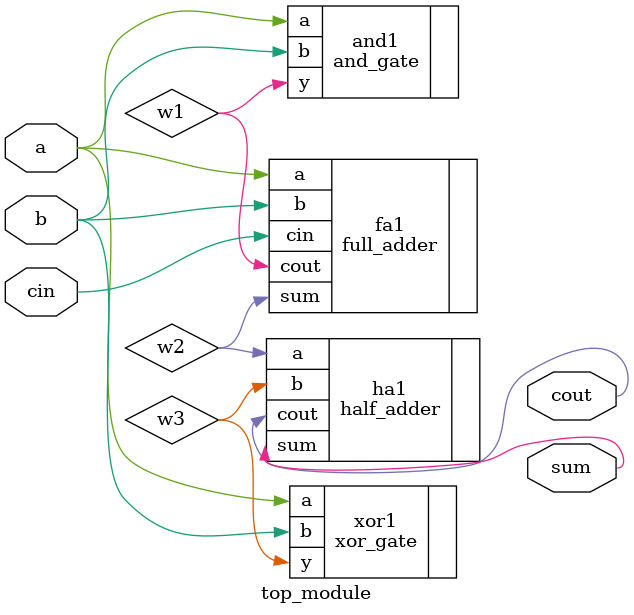
<source format=sv>
module top_module (
	input a,
	input b,
	input cin,
	output cout,
	output sum
);
	// Declare internal signals
	wire w1, w2, w3;
	
	// Instantiate the full adder module
	full_adder fa1(
		.a(a),
		.b(b),
		.cin(cin),
		.cout(w1),
		.sum(w2)
	);
	
	// Instantiate the half adder module
	half_adder ha1(
		.a(w2),
		.b(w3),
		.cout(cout),
		.sum(sum)
	);
	
	// Instantiate the xor gate for w3
	xor_gate xor1(
		.a(a),
		.b(b),
		.y(w3)
	);
	
	// Instantiate the and gate for w1
	and_gate and1(
		.a(a),
		.b(b),
		.y(w1)
	);
	
endmodule

</source>
